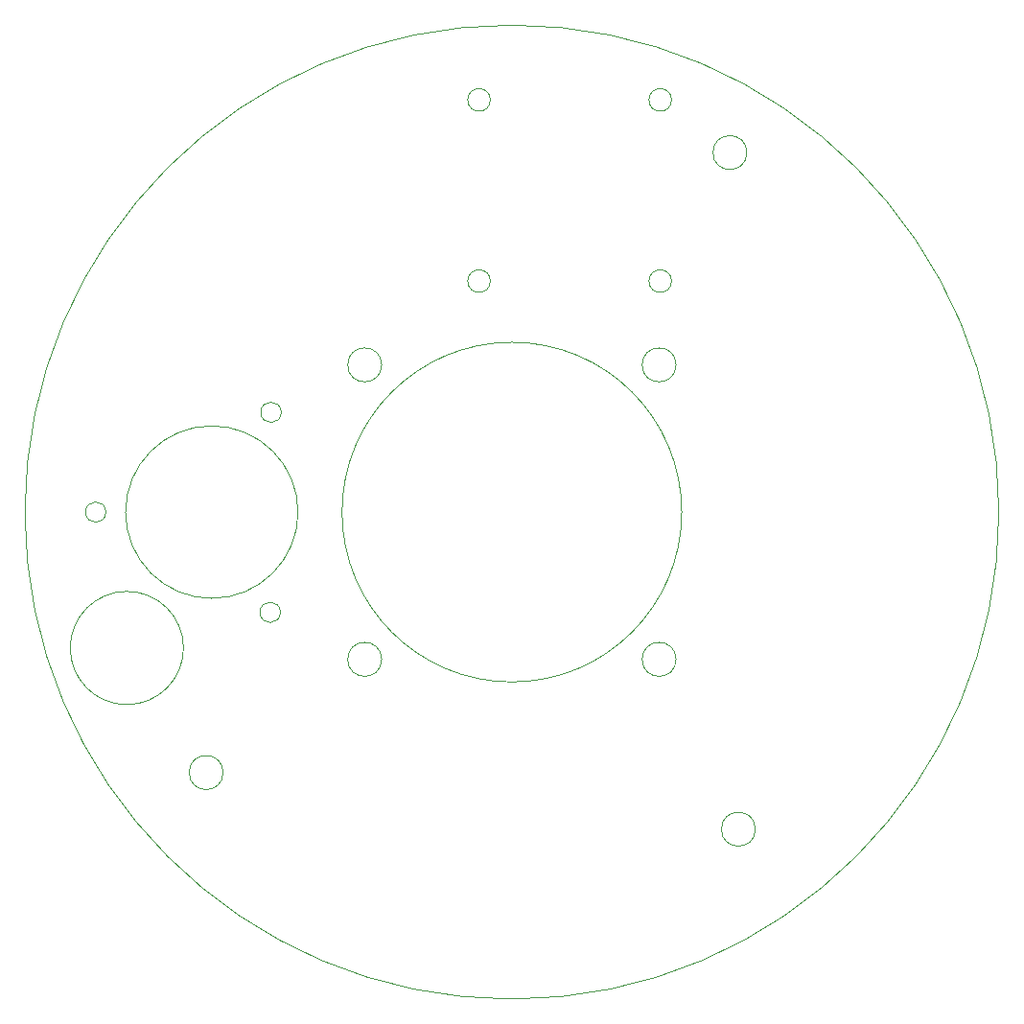
<source format=gbr>
%TF.GenerationSoftware,KiCad,Pcbnew,7.0.7-rc1*%
%TF.CreationDate,2024-03-12T16:47:17-04:00*%
%TF.ProjectId,Moving,4d6f7669-6e67-42e6-9b69-6361645f7063,rev?*%
%TF.SameCoordinates,Original*%
%TF.FileFunction,Profile,NP*%
%FSLAX46Y46*%
G04 Gerber Fmt 4.6, Leading zero omitted, Abs format (unit mm)*
G04 Created by KiCad (PCBNEW 7.0.7-rc1) date 2024-03-12 16:47:17*
%MOMM*%
%LPD*%
G01*
G04 APERTURE LIST*
%TA.AperFunction,Profile*%
%ADD10C,0.100000*%
%TD*%
G04 APERTURE END LIST*
D10*
X119635539Y-81190000D02*
G75*
G03*
X119635539Y-81190000I-905539J0D01*
G01*
X128500000Y-77000000D02*
G75*
G03*
X128500000Y-77000000I-1500000J0D01*
G01*
X121115773Y-90000000D02*
G75*
G03*
X121115773Y-90000000I-7615773J0D01*
G01*
X154500000Y-103000000D02*
G75*
G03*
X154500000Y-103000000I-1500000J0D01*
G01*
X154500000Y-77000000D02*
G75*
G03*
X154500000Y-77000000I-1500000J0D01*
G01*
X128500000Y-103000000D02*
G75*
G03*
X128500000Y-103000000I-1500000J0D01*
G01*
X161500000Y-118000000D02*
G75*
G03*
X161500000Y-118000000I-1500000J0D01*
G01*
X154100000Y-69600000D02*
G75*
G03*
X154100000Y-69600000I-1000000J0D01*
G01*
X154100000Y-53600000D02*
G75*
G03*
X154100000Y-53600000I-1000000J0D01*
G01*
X183000000Y-90000000D02*
G75*
G03*
X183000000Y-90000000I-43000000J0D01*
G01*
X114500000Y-113000000D02*
G75*
G03*
X114500000Y-113000000I-1500000J0D01*
G01*
X104150000Y-90000000D02*
G75*
G03*
X104150000Y-90000000I-900000J0D01*
G01*
X119564489Y-98850000D02*
G75*
G03*
X119564489Y-98850000I-904489J0D01*
G01*
X111000000Y-102000000D02*
G75*
G03*
X111000000Y-102000000I-5000000J0D01*
G01*
X155000000Y-90000000D02*
G75*
G03*
X155000000Y-90000000I-15000000J0D01*
G01*
X138100000Y-53600000D02*
G75*
G03*
X138100000Y-53600000I-1000000J0D01*
G01*
X160750000Y-58250000D02*
G75*
G03*
X160750000Y-58250000I-1500000J0D01*
G01*
X138100000Y-69600000D02*
G75*
G03*
X138100000Y-69600000I-1000000J0D01*
G01*
M02*

</source>
